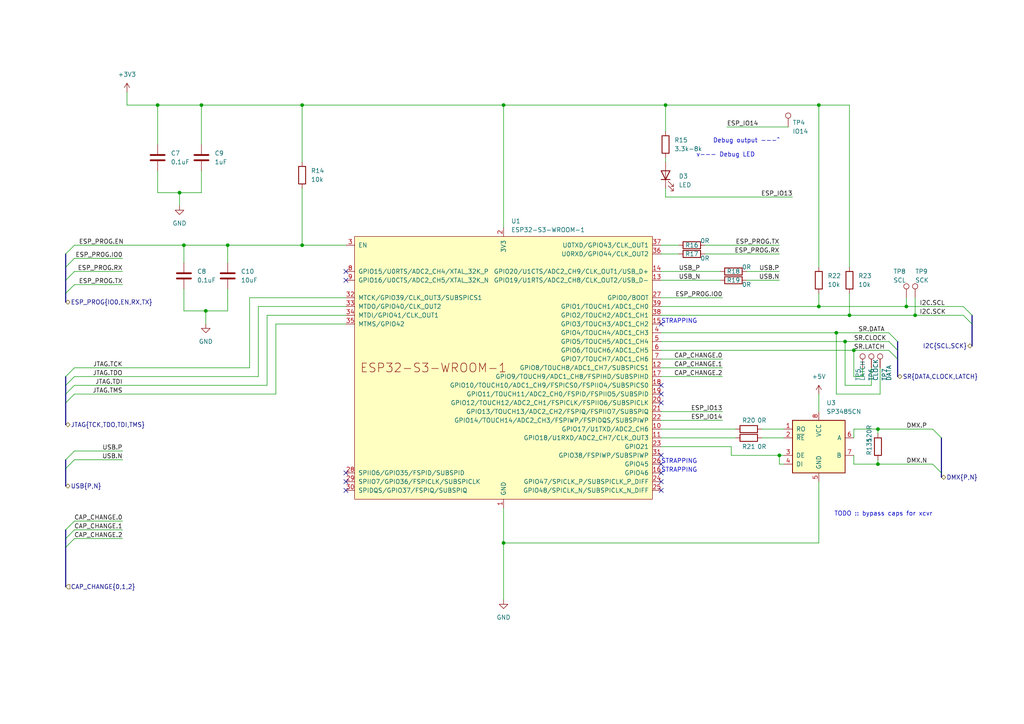
<source format=kicad_sch>
(kicad_sch (version 20230121) (generator eeschema)
  (paper "A4")
  (lib_symbols
    (symbol "Connector:TestPoint" (pin_numbers hide) (pin_names (offset 0.762) hide)
      (property "Reference" "TP" (at 0 6.858 0))
      (property "Value" "TestPoint" (at 0 5.08 0))
      (symbol "TestPoint_0_1"
        (circle (center 0 3.302) (radius 0.762))
      )
      (symbol "TestPoint_1_1"
        (pin passive line (at 0 0 90) (length 2.54) (name "1") (number "1"))
      )
    )
    (symbol "Device:C" (pin_numbers hide) (pin_names (offset 0.254))
      (property "Reference" "C" (at 0.635 2.54 0))
      (property "Value" "C" (at 0.635 -2.54 0))
      (symbol "C_0_1"
        (polyline (pts (xy -2.032 -0.762) (xy 2.032 -0.762)) (stroke (width 0.508)))
        (polyline (pts (xy -2.032 0.762) (xy 2.032 0.762)) (stroke (width 0.508)))
      )
      (symbol "C_1_1"
        (pin passive line (at 0 3.81 270) (length 2.794) (name "~") (number "1"))
        (pin passive line (at 0 -3.81 90) (length 2.794) (name "~") (number "2"))
      )
    )
    (symbol "Device:LED" (pin_numbers hide) (pin_names (offset 1.016) hide)
      (property "Reference" "D" (at 0 2.54 0))
      (property "Value" "LED" (at 0 -2.54 0))
      (symbol "LED_0_1"
        (polyline (pts (xy -1.27 -1.27) (xy -1.27 1.27)) (stroke (width 0.254)))
        (polyline (pts (xy -1.27 0) (xy 1.27 0)))
        (polyline (pts (xy 1.27 -1.27) (xy 1.27 1.27) (xy -1.27 0) (xy 1.27 -1.27)) (stroke (width 0.254)))
        (polyline (pts (xy -3.048 -0.762) (xy -4.572 -2.286) (xy -3.81 -2.286) (xy -4.572 -2.286) (xy -4.572 -1.524)))
        (polyline (pts (xy -1.778 -0.762) (xy -3.302 -2.286) (xy -2.54 -2.286) (xy -3.302 -2.286) (xy -3.302 -1.524)))
      )
      (symbol "LED_1_1"
        (pin passive line (at -3.81 0 0) (length 2.54) (name "K") (number "1"))
        (pin passive line (at 3.81 0 180) (length 2.54) (name "A") (number "2"))
      )
    )
    (symbol "Device:R" (pin_numbers hide) (pin_names (offset 0))
      (property "Reference" "R" (at 2.032 0 90))
      (property "Value" "R" (at 0 0 90))
      (symbol "R_0_1"
        (rectangle (start -1.016 -2.54) (end 1.016 2.54) (stroke (width 0.254)))
      )
      (symbol "R_1_1"
        (pin passive line (at 0 3.81 270) (length 1.27) (name "~") (number "1"))
        (pin passive line (at 0 -3.81 90) (length 1.27) (name "~") (number "2"))
      )
    )
    (symbol "Interface_UART:SP3485CN" (pin_names (offset 1.016))
      (property "Reference" "U" (at -7.62 8.89 0))
      (property "Value" "SP3485CN" (at 2.54 8.89 0))
      (symbol "SP3485CN_0_1"
        (rectangle (start -7.62 7.62) (end 7.62 -7.62) (stroke (width 0.254)) (fill (type background)))
      )
      (symbol "SP3485CN_1_1"
        (pin output line (at -10.16 5.08 0) (length 2.54) (name "RO") (number "1"))
        (pin input line (at -10.16 2.54 0) (length 2.54) (name "~{RE}") (number "2"))
        (pin input line (at -10.16 -2.54 0) (length 2.54) (name "DE") (number "3"))
        (pin input line (at -10.16 -5.08 0) (length 2.54) (name "DI") (number "4"))
        (pin power_in line (at 0 -10.16 90) (length 2.54) (name "GND") (number "5"))
        (pin bidirectional line (at 10.16 2.54 180) (length 2.54) (name "A") (number "6"))
        (pin bidirectional line (at 10.16 -2.54 180) (length 2.54) (name "B") (number "7"))
        (pin power_in line (at 0 10.16 270) (length 2.54) (name "VCC") (number "8"))
      )
    )
    (symbol "PCM_Espressif:ESP32-S3-WROOM-1" (pin_names (offset 1.016))
      (property "Reference" "U" (at -43.18 43.18 0))
      (property "Value" "ESP32-S3-WROOM-1" (at -43.18 40.64 0))
      (symbol "ESP32-S3-WROOM-1_0_0"
        (text "ESP32-S3-WROOM-1" (at -20.32 0 0) (effects (font (size 2.54 2.54))))
        (pin power_in line (at 0 -40.64 90) (length 2.54) (name "GND") (number "1"))
        (pin bidirectional line (at 45.72 -17.78 180) (length 2.54) (name "GPIO17/U1TXD/ADC2_CH6") (number "10"))
        (pin bidirectional line (at 45.72 -20.32 180) (length 2.54) (name "GPIO18/U1RXD/ADC2_CH7/CLK_OUT3") (number "11"))
        (pin bidirectional line (at 45.72 0 180) (length 2.54) (name "GPIO8/TOUCH8/ADC1_CH7/SUBSPICS1") (number "12"))
        (pin bidirectional line (at 45.72 25.4 180) (length 2.54) (name "GPIO19/U1RTS/ADC2_CH8/CLK_OUT2/USB_D-") (number "13"))
        (pin bidirectional line (at 45.72 27.94 180) (length 2.54) (name "GPIO20/U1CTS/ADC2_CH9/CLK_OUT1/USB_D+") (number "14"))
        (pin bidirectional line (at 45.72 12.7 180) (length 2.54) (name "GPIO3/TOUCH3/ADC1_CH2") (number "15"))
        (pin bidirectional line (at 45.72 -30.48 180) (length 2.54) (name "GPIO46") (number "16"))
        (pin bidirectional line (at 45.72 -2.54 180) (length 2.54) (name "GPIO9/TOUCH9/ADC1_CH8/FSPIHD/SUBSPIHD") (number "17"))
        (pin bidirectional line (at 45.72 -5.08 180) (length 2.54) (name "GPIO10/TOUCH10/ADC1_CH9/FSPICS0/FSPIIO4/SUBSPICS0") (number "18"))
        (pin bidirectional line (at 45.72 -7.62 180) (length 2.54) (name "GPIO11/TOUCH11/ADC2_CH0/FSPID/FSPIIO5/SUBSPID") (number "19"))
        (pin power_in line (at 0 40.64 270) (length 2.54) (name "3V3") (number "2"))
        (pin bidirectional line (at 45.72 -10.16 180) (length 2.54) (name "GPIO12/TOUCH12/ADC2_CH1/FSPICLK/FSPIIO6/SUBSPICLK") (number "20"))
        (pin bidirectional line (at 45.72 -12.7 180) (length 2.54) (name "GPIO13/TOUCH13/ADC2_CH2/FSPIQ/FSPIIO7/SUBSPIQ") (number "21"))
        (pin bidirectional line (at 45.72 -15.24 180) (length 2.54) (name "GPIO14/TOUCH14/ADC2_CH3/FSPIWP/FSPIDQS/SUBSPIWP") (number "22"))
        (pin bidirectional line (at 45.72 -22.86 180) (length 2.54) (name "GPIO21") (number "23"))
        (pin bidirectional line (at 45.72 -33.02 180) (length 2.54) (name "GPIO47/SPICLK_P/SUBSPICLK_P_DIFF") (number "24"))
        (pin bidirectional line (at 45.72 -35.56 180) (length 2.54) (name "GPIO48/SPICLK_N/SUBSPICLK_N_DIFF") (number "25"))
        (pin bidirectional line (at 45.72 -27.94 180) (length 2.54) (name "GPIO45") (number "26"))
        (pin bidirectional line (at 45.72 20.32 180) (length 2.54) (name "GPIO0/BOOT") (number "27"))
        (pin bidirectional line (at -45.72 -30.48 0) (length 2.54) (name "SPIIO6/GPIO35/FSPID/SUBSPID") (number "28"))
        (pin bidirectional line (at -45.72 -33.02 0) (length 2.54) (name "SPIIO7/GPIO36/FSPICLK/SUBSPICLK") (number "29"))
        (pin input line (at -45.72 35.56 0) (length 2.54) (name "EN") (number "3"))
        (pin bidirectional line (at -45.72 -35.56 0) (length 2.54) (name "SPIDQS/GPIO37/FSPIQ/SUBSPIQ") (number "30"))
        (pin bidirectional line (at 45.72 -25.4 180) (length 2.54) (name "GPIO38/FSPIWP/SUBSPIWP") (number "31"))
        (pin bidirectional line (at -45.72 20.32 0) (length 2.54) (name "MTCK/GPIO39/CLK_OUT3/SUBSPICS1") (number "32"))
        (pin bidirectional line (at -45.72 17.78 0) (length 2.54) (name "MTDO/GPIO40/CLK_OUT2") (number "33"))
        (pin bidirectional line (at -45.72 15.24 0) (length 2.54) (name "MTDI/GPIO41/CLK_OUT1") (number "34"))
        (pin bidirectional line (at -45.72 12.7 0) (length 2.54) (name "MTMS/GPIO42") (number "35"))
        (pin bidirectional line (at 45.72 33.02 180) (length 2.54) (name "U0RXD/GPIO44/CLK_OUT2") (number "36"))
        (pin bidirectional line (at 45.72 35.56 180) (length 2.54) (name "U0TXD/GPIO43/CLK_OUT1") (number "37"))
        (pin bidirectional line (at 45.72 15.24 180) (length 2.54) (name "GPIO2/TOUCH2/ADC1_CH1") (number "38"))
        (pin bidirectional line (at 45.72 17.78 180) (length 2.54) (name "GPIO1/TOUCH1/ADC1_CH0") (number "39"))
        (pin bidirectional line (at 45.72 10.16 180) (length 2.54) (name "GPIO4/TOUCH4/ADC1_CH3") (number "4"))
        (pin passive line (at 0 -40.64 90) (length 2.54) hide (name "GND") (number "40"))
        (pin passive line (at 0 -40.64 90) (length 2.54) hide (name "GND") (number "41"))
        (pin bidirectional line (at 45.72 7.62 180) (length 2.54) (name "GPIO5/TOUCH5/ADC1_CH4") (number "5"))
        (pin bidirectional line (at 45.72 5.08 180) (length 2.54) (name "GPIO6/TOUCH6/ADC1_CH5") (number "6"))
        (pin bidirectional line (at 45.72 2.54 180) (length 2.54) (name "GPIO7/TOUCH7/ADC1_CH6") (number "7"))
        (pin bidirectional line (at -45.72 27.94 0) (length 2.54) (name "GPIO15/U0RTS/ADC2_CH4/XTAL_32K_P") (number "8"))
        (pin bidirectional line (at -45.72 25.4 0) (length 2.54) (name "GPIO16/U0CTS/ADC2_CH5/XTAL_32K_N") (number "9"))
      )
      (symbol "ESP32-S3-WROOM-1_0_1"
        (rectangle (start -43.18 38.1) (end 43.18 -38.1) (fill (type background)))
      )
    )
    (symbol "power:+3V3" (power) (pin_names (offset 0))
      (property "Value" "+3V3" (at 0 3.556 0))
      (symbol "+3V3_0_1"
        (polyline (pts (xy -0.762 1.27) (xy 0 2.54)))
        (polyline (pts (xy 0 0) (xy 0 2.54)))
        (polyline (pts (xy 0 2.54) (xy 0.762 1.27)))
      )
      (symbol "+3V3_1_1"
        (pin power_in line (at 0 0 90) (length 0) hide (name "+3V3") (number "1"))
      )
    )
    (symbol "power:+5V" (power) (pin_names (offset 0))
      (property "Value" "+5V" (at 0 3.556 0))
      (symbol "+5V_0_1"
        (polyline (pts (xy -0.762 1.27) (xy 0 2.54)))
        (polyline (pts (xy 0 0) (xy 0 2.54)))
        (polyline (pts (xy 0 2.54) (xy 0.762 1.27)))
      )
      (symbol "+5V_1_1"
        (pin power_in line (at 0 0 90) (length 0) hide (name "+5V") (number "1"))
      )
    )
    (symbol "power:GND" (power) (pin_names (offset 0))
      (property "Value" "GND" (at 0 -3.81 0))
      (symbol "GND_0_1"
        (polyline (pts (xy 0 0) (xy 0 -1.27) (xy 1.27 -1.27) (xy 0 -2.54) (xy -1.27 -1.27) (xy 0 -1.27)))
      )
      (symbol "GND_1_1"
        (pin power_in line (at 0 0 270) (length 0) hide (name "GND") (number "1"))
      )
    )
  )
  (junction (at 237.49 88.9))
  (junction (at 254.635 124.46))
  (junction (at 254.635 134.62))
  (junction (at 242.57 96.52))
  (junction (at 87.63 30.48))
  (junction (at 59.69 90.17))
  (junction (at 66.04 71.12))
  (junction (at 146.05 157.48))
  (junction (at 265.43 91.44))
  (junction (at 262.89 88.9))
  (junction (at 193.04 30.48))
  (junction (at 87.63 71.12))
  (junction (at 45.72 30.48))
  (junction (at 53.34 71.12))
  (junction (at 247.65 101.6))
  (junction (at 52.07 55.88))
  (junction (at 245.11 99.06))
  (junction (at 58.42 30.48))
  (junction (at 237.49 30.48))
  (junction (at 226.06 132.08))
  (junction (at 246.38 91.44))
  (junction (at 146.05 30.48))
  (no_connect (at 191.77 114.3))
  (no_connect (at 100.33 78.74))
  (no_connect (at 191.77 132.08))
  (no_connect (at 191.77 139.7))
  (no_connect (at 191.77 142.24))
  (no_connect (at 191.77 111.76))
  (no_connect (at 191.77 93.98))
  (no_connect (at 100.33 142.24))
  (no_connect (at 191.77 137.16))
  (no_connect (at 100.33 81.28))
  (no_connect (at 100.33 137.16))
  (no_connect (at 191.77 116.84))
  (no_connect (at 100.33 139.7))
  (no_connect (at 191.77 134.62))
  (bus_entry (at 281.94 93.98) (size -2.54 -2.54))
  (bus_entry (at 19.05 81.28) (size 2.54 -2.54))
  (bus_entry (at 19.05 114.3) (size 2.54 -2.54))
  (bus_entry (at 19.05 109.22) (size 2.54 -2.54))
  (bus_entry (at 19.05 73.66) (size 2.54 -2.54))
  (bus_entry (at 19.05 116.84) (size 2.54 -2.54))
  (bus_entry (at 19.05 77.47) (size 2.54 -2.54))
  (bus_entry (at 281.94 91.44) (size -2.54 -2.54))
  (bus_entry (at 19.05 133.35) (size 2.54 -2.54))
  (bus_entry (at 260.35 101.6) (size -2.54 -2.54))
  (bus_entry (at 19.05 156.21) (size 2.54 -2.54))
  (bus_entry (at 19.05 158.75) (size 2.54 -2.54))
  (bus_entry (at 19.05 85.09) (size 2.54 -2.54))
  (bus_entry (at 19.05 111.76) (size 2.54 -2.54))
  (bus_entry (at 273.05 137.16) (size -2.54 -2.54))
  (bus_entry (at 19.05 153.67) (size 2.54 -2.54))
  (bus_entry (at 273.05 127) (size -2.54 -2.54))
  (bus_entry (at 19.05 135.89) (size 2.54 -2.54))
  (bus_entry (at 260.35 99.06) (size -2.54 -2.54))
  (bus_entry (at 260.35 104.14) (size -2.54 -2.54))
  (wire (pts (xy 245.11 111.76) (xy 252.73 111.76)))
  (wire (pts (xy 250.19 109.22) (xy 250.19 106.68)))
  (bus (pts (xy 260.35 99.06) (xy 260.35 101.6)))
  (wire (pts (xy 21.59 106.68) (xy 72.39 106.68)))
  (wire (pts (xy 237.49 88.9) (xy 262.89 88.9)))
  (wire (pts (xy 191.77 73.66) (xy 196.85 73.66)))
  (bus (pts (xy 19.05 156.21) (xy 19.05 158.75)))
  (wire (pts (xy 45.72 55.88) (xy 45.72 49.53)))
  (wire (pts (xy 242.57 96.52) (xy 257.81 96.52)))
  (wire (pts (xy 191.77 119.38) (xy 209.55 119.38)))
  (wire (pts (xy 58.42 55.88) (xy 52.07 55.88)))
  (wire (pts (xy 191.77 88.9) (xy 237.49 88.9)))
  (bus (pts (xy 19.05 81.28) (xy 19.05 85.09)))
  (wire (pts (xy 59.69 90.17) (xy 59.69 93.98)))
  (wire (pts (xy 237.49 157.48) (xy 146.05 157.48)))
  (wire (pts (xy 193.04 30.48) (xy 146.05 30.48)))
  (wire (pts (xy 237.49 30.48) (xy 246.38 30.48)))
  (wire (pts (xy 226.06 132.08) (xy 227.33 132.08)))
  (bus (pts (xy 19.05 114.3) (xy 19.05 116.84)))
  (wire (pts (xy 191.77 86.36) (xy 209.55 86.36)))
  (wire (pts (xy 146.05 147.32) (xy 146.05 157.48)))
  (wire (pts (xy 204.47 73.66) (xy 226.06 73.66)))
  (wire (pts (xy 146.05 30.48) (xy 146.05 66.04)))
  (bus (pts (xy 19.05 77.47) (xy 19.05 81.28)))
  (wire (pts (xy 21.59 156.21) (xy 35.56 156.21)))
  (wire (pts (xy 220.98 127) (xy 227.33 127)))
  (wire (pts (xy 191.77 99.06) (xy 245.11 99.06)))
  (wire (pts (xy 228.6 36.83) (xy 210.82 36.83)))
  (wire (pts (xy 191.77 96.52) (xy 242.57 96.52)))
  (bus (pts (xy 273.05 137.16) (xy 273.05 138.43)))
  (wire (pts (xy 193.04 30.48) (xy 193.04 38.1)))
  (wire (pts (xy 242.57 114.3) (xy 255.27 114.3)))
  (wire (pts (xy 247.65 134.62) (xy 254.635 134.62)))
  (wire (pts (xy 53.34 71.12) (xy 53.34 76.2)))
  (wire (pts (xy 246.38 85.09) (xy 246.38 91.44)))
  (wire (pts (xy 58.42 30.48) (xy 58.42 41.91)))
  (wire (pts (xy 212.09 129.54) (xy 212.09 132.08)))
  (wire (pts (xy 191.77 129.54) (xy 212.09 129.54)))
  (wire (pts (xy 191.77 104.14) (xy 209.55 104.14)))
  (bus (pts (xy 273.05 127) (xy 273.05 137.16)))
  (wire (pts (xy 21.59 151.13) (xy 35.56 151.13)))
  (bus (pts (xy 281.94 93.98) (xy 281.94 100.33)))
  (wire (pts (xy 193.04 30.48) (xy 237.49 30.48)))
  (wire (pts (xy 247.65 124.46) (xy 254.635 124.46)))
  (wire (pts (xy 191.77 124.46) (xy 213.36 124.46)))
  (wire (pts (xy 87.63 30.48) (xy 146.05 30.48)))
  (wire (pts (xy 204.47 71.12) (xy 226.06 71.12)))
  (wire (pts (xy 72.39 106.68) (xy 72.39 86.36)))
  (wire (pts (xy 36.83 30.48) (xy 45.72 30.48)))
  (wire (pts (xy 21.59 133.35) (xy 35.56 133.35)))
  (wire (pts (xy 100.33 91.44) (xy 77.47 91.44)))
  (wire (pts (xy 246.38 30.48) (xy 246.38 77.47)))
  (bus (pts (xy 19.05 73.66) (xy 19.05 77.47)))
  (wire (pts (xy 262.89 86.36) (xy 262.89 88.9)))
  (wire (pts (xy 66.04 90.17) (xy 59.69 90.17)))
  (wire (pts (xy 21.59 78.74) (xy 35.56 78.74)))
  (wire (pts (xy 191.77 71.12) (xy 196.85 71.12)))
  (wire (pts (xy 247.65 124.46) (xy 247.65 127)))
  (wire (pts (xy 255.27 114.3) (xy 255.27 106.68)))
  (wire (pts (xy 72.39 86.36) (xy 100.33 86.36)))
  (wire (pts (xy 21.59 114.3) (xy 80.01 114.3)))
  (wire (pts (xy 21.59 109.22) (xy 74.93 109.22)))
  (wire (pts (xy 21.59 153.67) (xy 35.56 153.67)))
  (wire (pts (xy 212.09 132.08) (xy 226.06 132.08)))
  (wire (pts (xy 100.33 71.12) (xy 87.63 71.12)))
  (wire (pts (xy 191.77 121.92) (xy 209.55 121.92)))
  (wire (pts (xy 21.59 82.55) (xy 35.56 82.55)))
  (wire (pts (xy 193.04 57.15) (xy 229.87 57.15)))
  (wire (pts (xy 191.77 81.28) (xy 208.915 81.28)))
  (wire (pts (xy 193.04 54.61) (xy 193.04 57.15)))
  (wire (pts (xy 227.33 134.62) (xy 226.06 134.62)))
  (wire (pts (xy 191.77 109.22) (xy 209.55 109.22)))
  (wire (pts (xy 265.43 91.44) (xy 279.4 91.44)))
  (wire (pts (xy 146.05 157.48) (xy 146.05 173.99)))
  (wire (pts (xy 74.93 88.9) (xy 74.93 109.22)))
  (wire (pts (xy 193.04 45.72) (xy 193.04 46.99)))
  (bus (pts (xy 19.05 153.67) (xy 19.05 156.21)))
  (wire (pts (xy 237.49 114.3) (xy 237.49 119.38)))
  (wire (pts (xy 21.59 71.12) (xy 53.34 71.12)))
  (wire (pts (xy 254.635 134.62) (xy 270.51 134.62)))
  (wire (pts (xy 45.72 30.48) (xy 45.72 41.91)))
  (wire (pts (xy 191.77 78.74) (xy 208.915 78.74)))
  (bus (pts (xy 19.05 116.84) (xy 19.05 123.19)))
  (wire (pts (xy 53.34 71.12) (xy 66.04 71.12)))
  (wire (pts (xy 247.65 101.6) (xy 257.81 101.6)))
  (wire (pts (xy 191.77 106.68) (xy 209.55 106.68)))
  (wire (pts (xy 220.98 124.46) (xy 227.33 124.46)))
  (bus (pts (xy 260.35 104.14) (xy 260.35 109.22)))
  (wire (pts (xy 59.69 90.17) (xy 53.34 90.17)))
  (wire (pts (xy 21.59 111.76) (xy 77.47 111.76)))
  (wire (pts (xy 254.635 124.46) (xy 270.51 124.46)))
  (wire (pts (xy 247.65 101.6) (xy 247.65 109.22)))
  (wire (pts (xy 191.77 101.6) (xy 247.65 101.6)))
  (wire (pts (xy 77.47 91.44) (xy 77.47 111.76)))
  (bus (pts (xy 19.05 111.76) (xy 19.05 114.3)))
  (wire (pts (xy 245.11 99.06) (xy 257.81 99.06)))
  (wire (pts (xy 247.65 109.22) (xy 250.19 109.22)))
  (wire (pts (xy 52.07 55.88) (xy 45.72 55.88)))
  (wire (pts (xy 52.07 55.88) (xy 52.07 59.69)))
  (wire (pts (xy 58.42 30.48) (xy 87.63 30.48)))
  (wire (pts (xy 265.43 86.36) (xy 265.43 91.44)))
  (wire (pts (xy 100.33 93.98) (xy 80.01 93.98)))
  (wire (pts (xy 226.06 132.08) (xy 226.06 134.62)))
  (wire (pts (xy 58.42 49.53) (xy 58.42 55.88)))
  (wire (pts (xy 245.11 99.06) (xy 245.11 111.76)))
  (bus (pts (xy 19.05 135.89) (xy 19.05 140.97)))
  (bus (pts (xy 19.05 158.75) (xy 19.05 170.18)))
  (bus (pts (xy 260.35 101.6) (xy 260.35 104.14)))
  (wire (pts (xy 66.04 83.82) (xy 66.04 90.17)))
  (wire (pts (xy 45.72 30.48) (xy 58.42 30.48)))
  (wire (pts (xy 262.89 88.9) (xy 279.4 88.9)))
  (bus (pts (xy 281.94 91.44) (xy 281.94 93.98)))
  (wire (pts (xy 237.49 139.7) (xy 237.49 157.48)))
  (wire (pts (xy 53.34 90.17) (xy 53.34 83.82)))
  (wire (pts (xy 237.49 30.48) (xy 237.49 77.47)))
  (wire (pts (xy 21.59 74.93) (xy 35.56 74.93)))
  (wire (pts (xy 216.535 81.28) (xy 226.06 81.28)))
  (wire (pts (xy 242.57 96.52) (xy 242.57 114.3)))
  (wire (pts (xy 254.635 124.46) (xy 254.635 125.73)))
  (wire (pts (xy 254.635 133.35) (xy 254.635 134.62)))
  (wire (pts (xy 246.38 91.44) (xy 265.43 91.44)))
  (bus (pts (xy 19.05 109.22) (xy 19.05 111.76)))
  (wire (pts (xy 100.33 88.9) (xy 74.93 88.9)))
  (wire (pts (xy 80.01 93.98) (xy 80.01 114.3)))
  (wire (pts (xy 247.65 134.62) (xy 247.65 132.08)))
  (wire (pts (xy 87.63 30.48) (xy 87.63 46.99)))
  (wire (pts (xy 21.59 130.81) (xy 35.56 130.81)))
  (wire (pts (xy 191.77 91.44) (xy 246.38 91.44)))
  (wire (pts (xy 87.63 54.61) (xy 87.63 71.12)))
  (wire (pts (xy 36.83 26.67) (xy 36.83 30.48)))
  (wire (pts (xy 191.77 127) (xy 213.36 127)))
  (wire (pts (xy 237.49 85.09) (xy 237.49 88.9)))
  (wire (pts (xy 66.04 71.12) (xy 87.63 71.12)))
  (bus (pts (xy 19.05 133.35) (xy 19.05 135.89)))
  (wire (pts (xy 252.73 106.68) (xy 252.73 111.76)))
  (bus (pts (xy 19.05 85.09) (xy 19.05 87.63)))
  (wire (pts (xy 216.535 78.74) (xy 226.06 78.74)))
  (wire (pts (xy 66.04 71.12) (xy 66.04 76.2)))
  (text "STRAPPING" (at 191.77 137.16 0) (effects (font (size 1.27 1.27)) (justify left bottom)))
  (text "TODO :: bypass caps for xcvr" (at 241.935 149.86 0) (effects (font (size 1.27 1.27)) (justify left bottom)))
  (text "STRAPPING" (at 191.77 93.98 0) (effects (font (size 1.27 1.27)) (justify left bottom)))
  (text "STRAPPING" (at 191.77 134.62 0) (effects (font (size 1.27 1.27)) (justify left bottom)))
  (text "     Debug output ---^\n\nv--- Debug LED" (at 201.93 45.72 0) (effects (font (size 1.27 1.27)) (justify left bottom)))
  (label "I2C.SCL" (at 266.7 88.9 0))
  (label "CAP_CHANGE.2" (at 35.56 156.21 180))
  (label "DMX.N" (at 262.89 134.62 0))
  (label "USB.P" (at 35.56 130.81 180))
  (label "JTAG.TMS" (at 35.56 114.3 180))
  (label "ESP_IO14" (at 210.82 36.83 0))
  (label "ESP_IO13" (at 229.87 57.15 180))
  (label "SR.LATCH" (at 247.65 101.6 0))
  (label "JTAG.TDI" (at 35.56 111.76 180))
  (label "JTAG.TDO" (at 35.56 109.22 180))
  (label "ESP_PROG.TX" (at 226.06 71.12 180))
  (label "CAP_CHANGE.1" (at 209.55 106.68 180))
  (label "CAP_CHANGE.0" (at 209.55 104.14 180))
  (label "ESP_PROG.IO0" (at 209.55 86.36 180))
  (label "I2C.SCK" (at 266.7 91.44 0))
  (label "USB.N" (at 35.56 133.35 180))
  (label "SR.CLOCK" (at 247.65 99.06 0))
  (label "ESP_IO14" (at 209.55 121.92 180))
  (label "USB.P" (at 226.06 78.74 180))
  (label "ESP_IO13" (at 209.55 119.38 180))
  (label "JTAG.TCK" (at 35.56 106.68 180))
  (label "ESP_PROG.IO0" (at 35.56 74.93 180))
  (label "USB_P" (at 196.85 78.74 0))
  (label "ESP_PROG.RX" (at 226.06 73.66 180))
  (label "ESP_PROG.RX" (at 35.56 78.74 180))
  (label "SR.DATA" (at 248.92 96.52 0))
  (label "USB.N" (at 226.06 81.28 180))
  (label "CAP_CHANGE.2" (at 209.55 109.22 180))
  (label "ESP_PROG.EN" (at 22.86 71.12 0))
  (label "ESP_PROG.TX" (at 35.56 82.55 180))
  (label "USB_N" (at 196.85 81.28 0))
  (label "CAP_CHANGE.1" (at 35.56 153.67 180))
  (label "DMX.P" (at 262.89 124.46 0))
  (label "CAP_CHANGE.0" (at 35.56 151.13 180))
  (hierarchical_label "DMX{P,N}" (shape bidirectional) (at 273.05 138.43 0))
  (hierarchical_label "CAP_CHANGE{0,1,2}" (shape input) (at 19.05 170.18 0))
  (hierarchical_label "ESP_PROG{IO0,EN,RX,TX}" (shape bidirectional) (at 19.05 87.63 0))
  (hierarchical_label "SR{DATA,CLOCK,LATCH}" (shape bidirectional) (at 260.35 109.22 0))
  (hierarchical_label "JTAG{TCK,TDO,TDI,TMS}" (shape bidirectional) (at 19.05 123.19 0))
  (hierarchical_label "I2C{SCL,SCK}" (shape bidirectional) (at 281.94 100.33 180))
  (hierarchical_label "USB{P,N}" (shape bidirectional) (at 19.05 140.97 0))
  (symbol (lib_id "power:GND") (at 52.07 59.69 0) (unit 1)
    (property "Reference" "#PWR013" (effects hide))
    (property "Value" "GND" (at 52.07 64.77 0))
  )
  (symbol (lib_id "Device:C") (at 53.34 80.01 0) (unit 1)
    (property "Reference" "C8" (at 57.15 78.74 0) (effects (justify left)))
    (property "Value" "0.1uF" (at 57.15 81.28 0) (effects (justify left)))
    (property "Footprint" "Capacitor_SMD:C_0603_1608Metric" (effects hide))
  )
  (symbol (lib_id "Device:C") (at 58.42 45.72 0) (unit 1)
    (property "Reference" "C9" (at 62.23 44.45 0) (effects (justify left)))
    (property "Value" "1uF" (at 62.23 46.99 0) (effects (justify left)))
    (property "Footprint" "Capacitor_SMD:C_0603_1608Metric" (effects hide))
  )
  (symbol (lib_id "Device:R") (at 87.63 50.8 0) (unit 1)
    (property "Reference" "R14" (at 90.17 49.53 0) (effects (justify left)))
    (property "Value" "10k" (at 90.17 52.07 0) (effects (justify left)))
    (property "Footprint" "Resistor_SMD:R_0603_1608Metric" (effects hide))
  )
  (symbol (lib_id "Connector:TestPoint") (at 252.73 106.68 0) (unit 1)
    (property "Reference" "TP6" (at 252.73 110.49 90) (effects (justify left)))
    (property "Value" "CLOCK" (at 254 110.49 90) (effects (justify left)))
    (property "Footprint" "TestPoint:TestPoint_Pad_D1.0mm" (effects hide))
  )
  (symbol (lib_id "Device:C") (at 66.04 80.01 0) (unit 1)
    (property "Reference" "C10" (at 69.85 78.74 0) (effects (justify left)))
    (property "Value" "10uF" (at 69.85 81.28 0) (effects (justify left)))
    (property "Footprint" "Capacitor_SMD:C_1206_3216Metric" (effects hide))
  )
  (symbol (lib_id "Device:R") (at 200.66 73.66 90) (unit 1)
    (property "Reference" "R17" (at 200.66 73.66 90))
    (property "Value" "0R" (at 204.47 74.93 90))
    (property "Footprint" "Resistor_SMD:R_0603_1608Metric" (effects hide))
  )
  (symbol (lib_id "power:GND") (at 146.05 173.99 0) (unit 1)
    (property "Reference" "#PWR015" (effects hide))
    (property "Value" "GND" (at 146.05 179.07 0))
  )
  (symbol (lib_id "Connector:TestPoint") (at 262.89 86.36 0) (unit 1)
    (property "Reference" "TP8" (at 259.08 78.74 0) (effects (justify left)))
    (property "Value" "SCL" (at 259.08 81.28 0) (effects (justify left)))
    (property "Footprint" "TestPoint:TestPoint_Pad_D1.0mm" (effects hide))
  )
  (symbol (lib_id "Device:R") (at 254.635 129.54 180) (unit 1)
    (property "Reference" "R135" (at 252.095 129.54 90))
    (property "Value" "120R" (at 252.095 125.73 90))
    (property "Footprint" "Resistor_SMD:R_0603_1608Metric" (effects hide))
  )
  (symbol (lib_id "Device:R") (at 217.17 124.46 90) (unit 1)
    (property "Reference" "R20" (at 217.17 121.92 90))
    (property "Value" "0R" (at 220.98 121.92 90))
    (property "Footprint" "Resistor_SMD:R_0603_1608Metric" (effects hide))
  )
  (symbol (lib_id "power:GND") (at 59.69 93.98 0) (unit 1)
    (property "Reference" "#PWR014" (effects hide))
    (property "Value" "GND" (at 59.69 99.06 0))
  )
  (symbol (lib_id "Device:R") (at 246.38 81.28 0) (unit 1)
    (property "Reference" "R23" (at 248.92 80.01 0) (effects (justify left)))
    (property "Value" "10k" (at 248.92 82.55 0) (effects (justify left)))
    (property "Footprint" "Resistor_SMD:R_0603_1608Metric" (effects hide))
  )
  (symbol (lib_id "Connector:TestPoint") (at 250.19 106.68 0) (unit 1)
    (property "Reference" "TP5" (at 248.92 110.49 90) (effects (justify left)))
    (property "Value" "LATCH" (at 250.19 110.49 90) (effects (justify left)))
    (property "Footprint" "TestPoint:TestPoint_Pad_D1.0mm" (effects hide))
  )
  (symbol (lib_id "Connector:TestPoint") (at 255.27 106.68 0) (unit 1)
    (property "Reference" "TP7" (at 256.54 110.49 90) (effects (justify left)))
    (property "Value" "DATA" (at 257.81 110.49 90) (effects (justify left)))
    (property "Footprint" "TestPoint:TestPoint_Pad_D1.0mm" (effects hide))
  )
  (symbol (lib_id "Interface_UART:SP3485CN") (at 237.49 129.54 0) (unit 1)
    (property "Reference" "U3" (at 239.6841 116.84 0) (effects (justify left)))
    (property "Value" "SP3485CN" (at 239.6841 119.38 0) (effects (justify left)))
    (property "Footprint" "Package_SO:SOIC-8_3.9x4.9mm_P1.27mm" (effects hide))
    (property "Datasheet" "http://www.icbase.com/pdf/SPX/SPX00480106.pdf" (effects hide))
  )
  (symbol (lib_id "PCM_Espressif:ESP32-S3-WROOM-1") (at 146.05 106.68 0) (unit 1)
    (property "Reference" "U1" (at 148.2441 64.135 0) (effects (justify left)))
    (property "Value" "ESP32-S3-WROOM-1" (at 148.2441 66.675 0) (effects (justify left)))
    (property "Footprint" "PCM_Espressif:ESP32-S3-WROOM-1" (effects hide))
    (property "Datasheet" "https://www.espressif.com/sites/default/files/documentation/esp32-s3-wroom-1_wroom-1u_datasheet_en.pdf" (effects hide))
    (instances (project "button-board" (path "" (reference "U1") (unit 1)) (path "" (reference "U2") (unit 1))))
  )
  (symbol (lib_id "Device:C") (at 45.72 45.72 0) (unit 1)
    (property "Reference" "C7" (at 49.53 44.45 0) (effects (justify left)))
    (property "Value" "0.1uF" (at 49.53 46.99 0) (effects (justify left)))
    (property "Footprint" "Capacitor_SMD:C_0603_1608Metric" (effects hide))
  )
  (symbol (lib_id "Device:R") (at 200.66 71.12 90) (unit 1)
    (property "Reference" "R16" (at 200.66 71.12 90))
    (property "Value" "0R" (at 204.47 69.85 90))
    (property "Footprint" "Resistor_SMD:R_0603_1608Metric" (effects hide))
  )
  (symbol (lib_id "Device:R") (at 212.725 78.74 90) (unit 1)
    (property "Reference" "R18" (at 212.725 78.74 90))
    (property "Value" "0R" (at 216.535 77.47 90))
    (property "Footprint" "Resistor_SMD:R_0603_1608Metric" (effects hide))
  )
  (symbol (lib_id "Device:R") (at 193.04 41.91 0) (unit 1)
    (property "Reference" "R15" (at 195.58 40.64 0) (effects (justify left)))
    (property "Value" "3.3k-8k" (at 195.58 43.18 0) (effects (justify left)))
    (property "Footprint" "Resistor_SMD:R_0603_1608Metric" (effects hide))
  )
  (symbol (lib_id "power:+5V") (at 237.49 114.3 0) (unit 1)
    (property "Reference" "#PWR016" (effects hide))
    (property "Value" "+5V" (at 237.49 109.22 0))
  )
  (symbol (lib_id "Device:R") (at 217.17 127 90) (unit 1)
    (property "Reference" "R21" (at 217.17 129.54 90))
    (property "Value" "0R" (at 220.98 129.54 90))
    (property "Footprint" "Resistor_SMD:R_0603_1608Metric" (effects hide))
  )
  (symbol (lib_id "Connector:TestPoint") (at 228.6 36.83 0) (unit 1)
    (property "Reference" "TP4" (at 229.87 35.56 0) (effects (justify left)))
    (property "Value" "IO14" (at 229.87 38.1 0) (effects (justify left)))
    (property "Footprint" "TestPoint:TestPoint_Pad_D1.0mm" (effects hide))
  )
  (symbol (lib_id "Device:R") (at 212.725 81.28 90) (unit 1)
    (property "Reference" "R19" (at 212.725 81.28 90))
    (property "Value" "0R" (at 216.535 82.55 90))
    (property "Footprint" "Resistor_SMD:R_0603_1608Metric" (effects hide))
  )
  (symbol (lib_id "power:+3V3") (at 36.83 26.67 0) (unit 1)
    (property "Reference" "#PWR012" (effects hide))
    (property "Value" "+3V3" (at 36.83 21.59 0))
  )
  (symbol (lib_id "Device:LED") (at 193.04 50.8 90) (unit 1)
    (property "Reference" "D3" (at 196.85 51.1175 90) (effects (justify right)))
    (property "Value" "LED" (at 196.85 53.6575 90) (effects (justify right)))
    (property "Footprint" "Diode_SMD:D_0805_2012Metric" (effects hide))
  )
  (symbol (lib_id "Device:R") (at 237.49 81.28 0) (unit 1)
    (property "Reference" "R22" (at 240.03 80.01 0) (effects (justify left)))
    (property "Value" "10k" (at 240.03 82.55 0) (effects (justify left)))
    (property "Footprint" "Resistor_SMD:R_0603_1608Metric" (effects hide))
  )
  (symbol (lib_id "Connector:TestPoint") (at 265.43 86.36 0) (unit 1)
    (property "Reference" "TP9" (at 265.43 78.74 0) (effects (justify left)))
    (property "Value" "SCK" (at 265.43 81.28 0) (effects (justify left)))
    (property "Footprint" "TestPoint:TestPoint_Pad_D1.0mm" (effects hide))
  )
)
</source>
